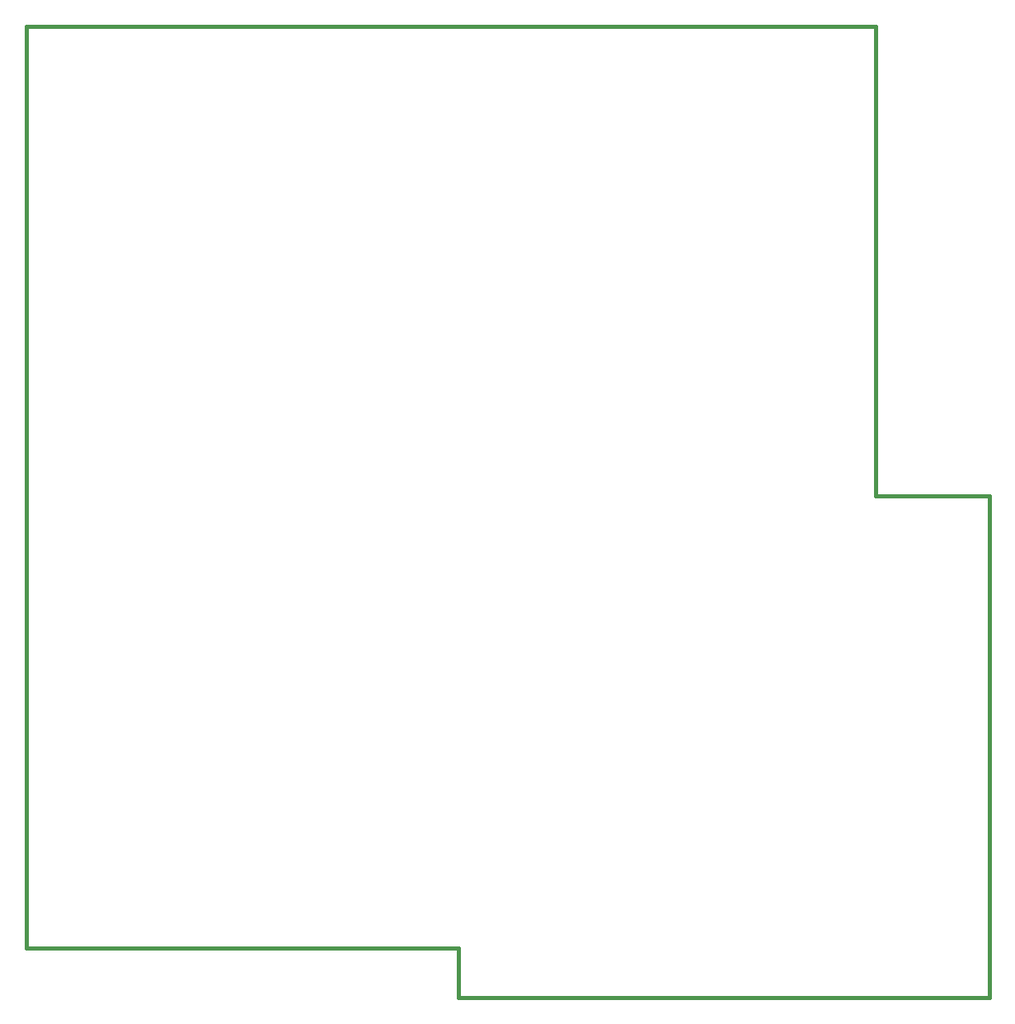
<source format=gm1>
G04 #@! TF.FileFunction,Profile,NP*
%FSLAX46Y46*%
G04 Gerber Fmt 4.6, Leading zero omitted, Abs format (unit mm)*
G04 Created by KiCad (PCBNEW 4.0.5+dfsg1-4) date Mon Jun 11 22:34:57 2018*
%MOMM*%
%LPD*%
G01*
G04 APERTURE LIST*
%ADD10C,0.150000*%
%ADD11C,0.381000*%
G04 APERTURE END LIST*
D10*
D11*
X109169200Y-130378200D02*
X109169200Y-35839400D01*
X109575600Y-130378200D02*
X109169200Y-130378200D01*
X153517600Y-130378200D02*
X109575600Y-130378200D01*
X153517600Y-135509000D02*
X153517600Y-130378200D01*
X208026000Y-135509000D02*
X153517600Y-135509000D01*
X208026000Y-84048600D02*
X208026000Y-135509000D01*
X196342000Y-84048600D02*
X208026000Y-84048600D01*
X196342000Y-35839400D02*
X196342000Y-84048600D01*
X109118400Y-35839400D02*
X196342000Y-35839400D01*
M02*

</source>
